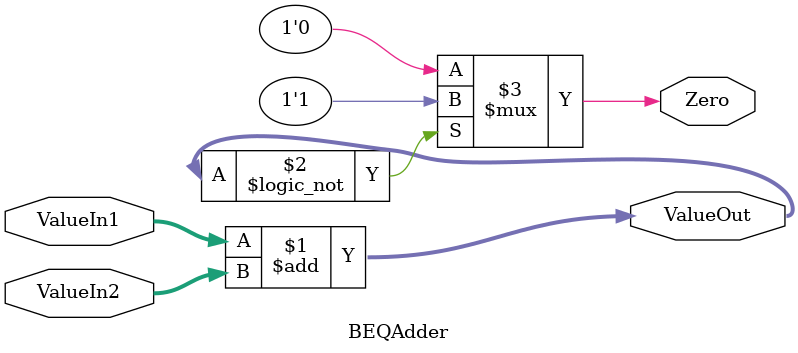
<source format=sv>
module BEQAdder(ValueIn1, ValueIn2, ValueOut, Zero);
    input [31:0] ValueIn1, ValueIn2;  // 32-bit inputs
    output [31:0] ValueOut;          // 32-bit output (sum of inputs)
    output Zero;                     // Zero flag (1 if result is zero)

    assign ValueOut = ValueIn1 + ValueIn2; // Perform addition
    assign Zero = (ValueOut == 32'b0) ? 1'b1 : 1'b0; // Check if the result is zero
endmodule

</source>
